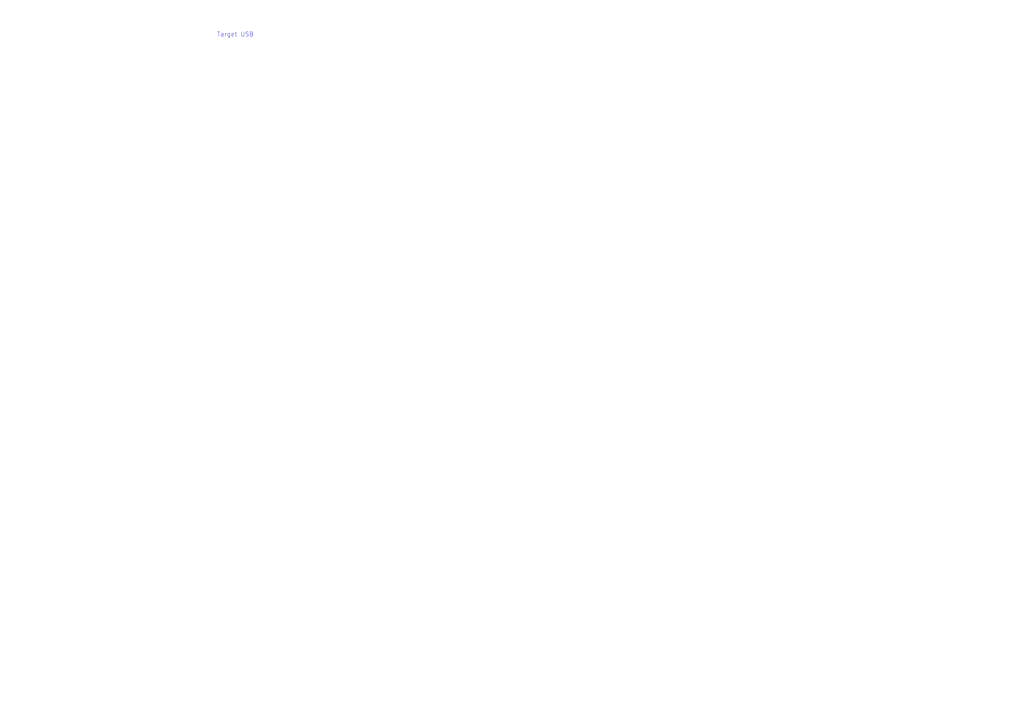
<source format=kicad_sch>
(kicad_sch (version 20230121) (generator eeschema)

  (uuid 78fd4b80-1812-4feb-8846-a0d7a5233fe5)

  (paper "A2")

  (title_block
    (date "2023-05-06")
    (rev "6")
  )

  (lib_symbols
  )


  (text "Target USB" (at 125.73 21.59 0)
    (effects (font (size 2.54 2.54)) (justify left bottom))
    (uuid a05c9156-c553-49c3-9387-5293546d0b73)
  )
)

</source>
